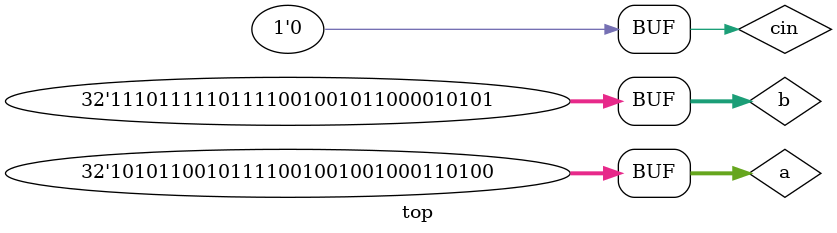
<source format=v>
module full_adder(
	input a,
	input b,
	input cin,
	output sum,
	output cout
	);

	wire w1,w2,w3,w4,w5;
	
	xor xor_0 (w1,a,b);
	xor xor_1 (sum,w1,cin);
	
	and and_0 (w2,a,b);
	and and_1 (w3,a,cin);
	and and_2 (w4,b,cin);
	
	or or_0 (w5,w2,w3);
	or or_1 (cout,w4,w5);

endmodule

module four_bit_RCA(
	input [3:0] a,
	input [3:0] b,
	input cin,
	output [3:0] sum,
	output cout
	);
	
	wire carry[2:0];

	full_adder f1(a[0],b[0],cin,sum[0],carry[0]);
	full_adder f2(a[1],b[1],carry[0],sum[1],carry[1]);
	full_adder f3(a[2],b[2],carry[1],sum[2],carry[2]);
	full_adder f4(a[3],b[3],carry[2],sum[3],cout);

endmodule

module sixteen_bit_RCA(
	input [15:0] a,
	input [15:0] b,
	input cin,
	output [15:0] sum,
	output cout
	);
	
	wire carry[2:0];
		
	four_bit_RCA FBA1(a[3:0],b[3:0],cin,sum[3:0],carry[0]);
	four_bit_RCA FBA2(a[7:4],b[7:4],carry[0],sum[7:4],carry[1]);
	four_bit_RCA FBA3(a[11:8],b[11:8],carry[1],sum[11:8],carry[2]);
	four_bit_RCA FBA4(a[15:12],b[15:12],carry[2],sum[15:12],cout);

endmodule

module thirty_two_bit_RCA(
	input [31:0] a,
	input [31:0] b,
	input cin,
	output [31:0] sum,
	output cout
	);
	
	wire carry;

	sixteen_bit_RCA SBA1(a[15:0],b[15:0],cin,sum[15:0],carry);
	sixteen_bit_RCA SBA2(a[31:16],b[31:16],cout0,sum[31:16],cout);

endmodule

module top;

	reg [31:0] a,b;
	reg cin;
	wire [31:0] sum;
	wire cout;
	
	thirty_two_bit_RCA adder(a,b,cin,sum,cout);
	
	initial
	begin
		a=0; b=1; cin=0;
		#10 a=32'b11011010101111001001100001110101;
		#10 b=32'b11101111101111001001011000010101;
		#10 a=32'b10101100101111001001001000110100;
	end
	
	initial
	begin
		$monitor($time, "\ta = %h, b = %h, cin = %b, Sum = %h, cout = %b",a,b,cin,sum,cout);
		$dumpfile("RCA32bit.vcd");
			$dumpvars;
	end

endmodule

</source>
